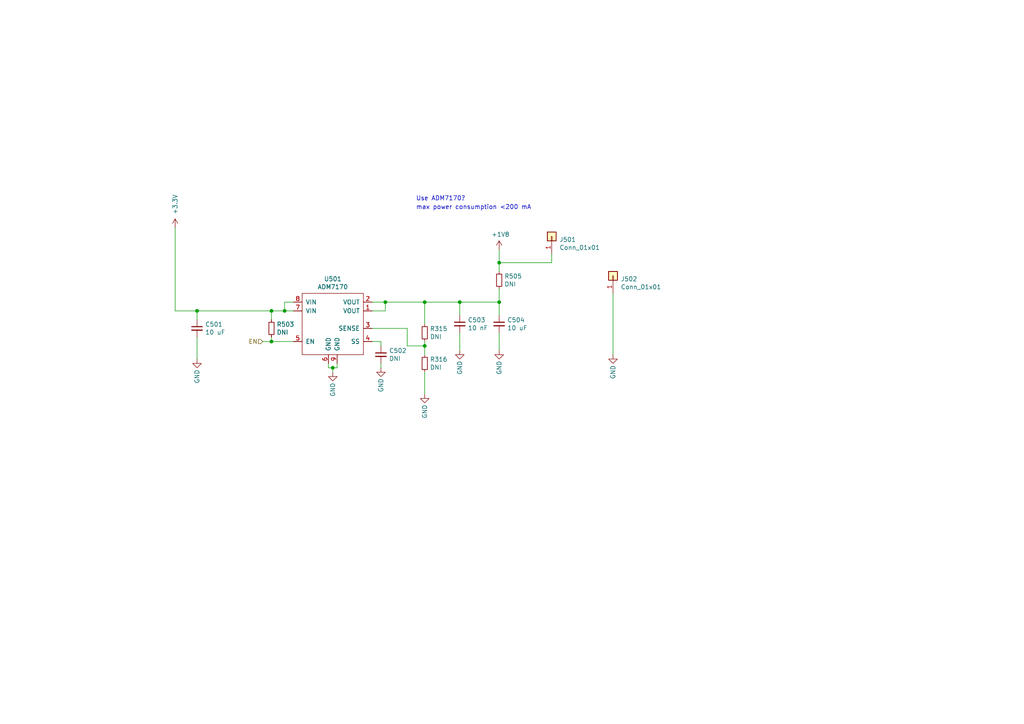
<source format=kicad_sch>
(kicad_sch (version 20230121) (generator eeschema)
  (paper "A4")
  (lib_symbols
    (symbol "Connector_Generic:Conn_01x01" (pin_names (offset 1.016) hide)
      (property "Reference" "J" (at 0 2.54 0))
      (property "Value" "Conn_01x01" (at 0 -2.54 0))
      (symbol "Conn_01x01_1_1"
        (rectangle (start -1.27 0.127) (end 0 -0.127) (stroke (width 0.1524)))
        (rectangle (start -1.27 1.27) (end 1.27 -1.27) (stroke (width 0.254)) (fill (type background)))
        (pin passive line (at -5.08 0 0) (length 3.81) (name "Pin_1") (number "1"))
      )
    )
    (symbol "Device:C_Small" (pin_numbers hide) (pin_names (offset 0.254) hide)
      (property "Reference" "C" (at 0.254 1.778 0))
      (property "Value" "C_Small" (at 0.254 -2.032 0))
      (symbol "C_Small_0_1"
        (polyline (pts (xy -1.524 -0.508) (xy 1.524 -0.508)) (stroke (width 0.3302)))
        (polyline (pts (xy -1.524 0.508) (xy 1.524 0.508)) (stroke (width 0.3048)))
      )
      (symbol "C_Small_1_1"
        (pin passive line (at 0 2.54 270) (length 2.032) (name "~") (number "1"))
        (pin passive line (at 0 -2.54 90) (length 2.032) (name "~") (number "2"))
      )
    )
    (symbol "Device:R_Small" (pin_numbers hide) (pin_names (offset 0.254) hide)
      (property "Reference" "R" (at 0.762 0.508 0))
      (property "Value" "R_Small" (at 0.762 -1.016 0))
      (symbol "R_Small_0_1"
        (rectangle (start -0.762 1.778) (end 0.762 -1.778) (stroke (width 0.2032)))
      )
      (symbol "R_Small_1_1"
        (pin passive line (at 0 2.54 270) (length 0.762) (name "~") (number "1"))
        (pin passive line (at 0 -2.54 90) (length 0.762) (name "~") (number "2"))
      )
    )
    (symbol "adc32xx_syzygy-rescue:ADM7170-vna_mm-adc_32xx-rescue" (pin_names (offset 1.016))
      (property "Reference" "U" (at -17.78 10.16 0))
      (property "Value" "adc_32xx-rescue_ADM7170-vna_mm" (at -13.97 7.62 0))
      (symbol "ADM7170-vna_mm-adc_32xx-rescue_0_1"
        (rectangle (start -8.89 6.35) (end 8.89 -11.43))
      )
      (symbol "ADM7170-vna_mm-adc_32xx-rescue_1_1"
        (pin power_out line (at 11.43 1.27 180) (length 2.54) (name "VOUT") (number "1"))
        (pin power_out line (at 11.43 3.81 180) (length 2.54) (name "VOUT") (number "2"))
        (pin passive line (at 11.43 -3.81 180) (length 2.54) (name "SENSE") (number "3"))
        (pin passive line (at 11.43 -7.62 180) (length 2.54) (name "SS") (number "4"))
        (pin input line (at -11.43 -7.62 0) (length 2.54) (name "EN") (number "5"))
        (pin power_in line (at -1.27 -13.97 90) (length 2.54) (name "GND") (number "6"))
        (pin power_in line (at -11.43 1.27 0) (length 2.54) (name "VIN") (number "7"))
        (pin power_in line (at -11.43 3.81 0) (length 2.54) (name "VIN") (number "8"))
        (pin power_in line (at 1.27 -13.97 90) (length 2.54) (name "GND") (number "9"))
      )
    )
    (symbol "power:+1V8" (power) (pin_names (offset 0))
      (property "Value" "+1V8" (at 0 3.556 0))
      (symbol "+1V8_0_1"
        (polyline (pts (xy -0.762 1.27) (xy 0 2.54)))
        (polyline (pts (xy 0 0) (xy 0 2.54)))
        (polyline (pts (xy 0 2.54) (xy 0.762 1.27)))
      )
      (symbol "+1V8_1_1"
        (pin power_in line (at 0 0 90) (length 0) hide (name "+1V8") (number "1"))
      )
    )
    (symbol "power:+3.3V" (power) (pin_names (offset 0))
      (property "Value" "+3.3V" (at 0 3.556 0))
      (symbol "+3.3V_0_1"
        (polyline (pts (xy -0.762 1.27) (xy 0 2.54)))
        (polyline (pts (xy 0 0) (xy 0 2.54)))
        (polyline (pts (xy 0 2.54) (xy 0.762 1.27)))
      )
      (symbol "+3.3V_1_1"
        (pin power_in line (at 0 0 90) (length 0) hide (name "+3.3V") (number "1"))
      )
    )
    (symbol "power:GND" (power) (pin_names (offset 0))
      (property "Value" "GND" (at 0 -3.81 0))
      (symbol "GND_0_1"
        (polyline (pts (xy 0 0) (xy 0 -1.27) (xy 1.27 -1.27) (xy 0 -2.54) (xy -1.27 -1.27) (xy 0 -1.27)))
      )
      (symbol "GND_1_1"
        (pin power_in line (at 0 0 270) (length 0) hide (name "GND") (number "1"))
      )
    )
  )
  (junction (at 144.78 76.2))
  (junction (at 78.74 90.17))
  (junction (at 96.52 106.68))
  (junction (at 133.35 87.63))
  (junction (at 57.15 90.17))
  (junction (at 144.78 87.63))
  (junction (at 78.74 99.06))
  (junction (at 123.19 100.33))
  (junction (at 111.76 87.63))
  (junction (at 82.55 90.17))
  (junction (at 123.19 87.63))
  (wire (pts (xy 107.95 90.17) (xy 111.76 90.17)))
  (wire (pts (xy 78.74 97.79) (xy 78.74 99.06)))
  (wire (pts (xy 107.95 87.63) (xy 111.76 87.63)))
  (wire (pts (xy 144.78 78.74) (xy 144.78 76.2)))
  (wire (pts (xy 133.35 87.63) (xy 144.78 87.63)))
  (wire (pts (xy 96.52 106.68) (xy 97.79 106.68)))
  (wire (pts (xy 133.35 91.44) (xy 133.35 87.63)))
  (wire (pts (xy 123.19 99.06) (xy 123.19 100.33)))
  (wire (pts (xy 50.8 90.17) (xy 57.15 90.17)))
  (wire (pts (xy 144.78 91.44) (xy 144.78 87.63)))
  (wire (pts (xy 118.11 100.33) (xy 123.19 100.33)))
  (wire (pts (xy 107.95 95.25) (xy 118.11 95.25)))
  (wire (pts (xy 123.19 87.63) (xy 133.35 87.63)))
  (wire (pts (xy 95.25 105.41) (xy 95.25 106.68)))
  (wire (pts (xy 160.02 73.66) (xy 160.02 76.2)))
  (wire (pts (xy 78.74 90.17) (xy 78.74 92.71)))
  (wire (pts (xy 82.55 87.63) (xy 82.55 90.17)))
  (wire (pts (xy 118.11 95.25) (xy 118.11 100.33)))
  (wire (pts (xy 123.19 100.33) (xy 123.19 102.87)))
  (wire (pts (xy 76.2 99.06) (xy 78.74 99.06)))
  (wire (pts (xy 110.49 105.41) (xy 110.49 106.68)))
  (wire (pts (xy 144.78 83.82) (xy 144.78 87.63)))
  (wire (pts (xy 133.35 96.52) (xy 133.35 101.6)))
  (wire (pts (xy 78.74 90.17) (xy 82.55 90.17)))
  (wire (pts (xy 144.78 96.52) (xy 144.78 101.6)))
  (wire (pts (xy 160.02 76.2) (xy 144.78 76.2)))
  (wire (pts (xy 50.8 66.04) (xy 50.8 90.17)))
  (wire (pts (xy 123.19 107.95) (xy 123.19 114.3)))
  (wire (pts (xy 111.76 87.63) (xy 123.19 87.63)))
  (wire (pts (xy 96.52 106.68) (xy 96.52 107.95)))
  (wire (pts (xy 110.49 99.06) (xy 110.49 100.33)))
  (wire (pts (xy 85.09 87.63) (xy 82.55 87.63)))
  (wire (pts (xy 177.8 85.09) (xy 177.8 102.87)))
  (wire (pts (xy 78.74 99.06) (xy 85.09 99.06)))
  (wire (pts (xy 107.95 99.06) (xy 110.49 99.06)))
  (wire (pts (xy 123.19 87.63) (xy 123.19 93.98)))
  (wire (pts (xy 97.79 106.68) (xy 97.79 105.41)))
  (wire (pts (xy 57.15 90.17) (xy 78.74 90.17)))
  (wire (pts (xy 57.15 92.71) (xy 57.15 90.17)))
  (wire (pts (xy 95.25 106.68) (xy 96.52 106.68)))
  (wire (pts (xy 111.76 90.17) (xy 111.76 87.63)))
  (wire (pts (xy 82.55 90.17) (xy 85.09 90.17)))
  (wire (pts (xy 144.78 76.2) (xy 144.78 72.39)))
  (wire (pts (xy 57.15 104.14) (xy 57.15 97.79)))
  (text "max power consumption <200 mA" (at 120.65 60.96 0) (effects (font (size 1.27 1.27)) (justify left bottom)))
  (text "Use ADM7170?" (at 120.65 58.42 0) (effects (font (size 1.27 1.27)) (justify left bottom)))
  (hierarchical_label "EN" (shape input) (at 76.2 99.06 180))
  (symbol (lib_id "adc32xx_syzygy-rescue:ADM7170-vna_mm-adc_32xx-rescue") (at 96.52 91.44 0) (unit 1)
    (property "Reference" "U501" (at 96.52 80.899 0))
    (property "Value" "ADM7170" (at 96.52 83.2104 0))
    (property "Footprint" "Package_DFN_QFN:DFN-8-1EP_3x3mm_P0.5mm_EP1.66x2.38mm" (effects hide))
    (property "Datasheet" "https://www.analog.com/media/en/technical-documentation/data-sheets/ADM7170.pdf" (effects hide))
  )
  (symbol (lib_id "power:GND") (at 110.49 106.68 0) (unit 1)
    (property "Reference" "#PWR?" (effects hide))
    (property "Value" "GND" (at 110.49 111.76 90))
    (instances (project "adc32xx_syzygy" (path "" (reference "#PWR?") (unit 1)) (path "" (reference "#PWR?") (unit 1)) (path "" (reference "#PWR0509") (unit 1))))
  )
  (symbol (lib_id "Device:R_Small") (at 144.78 81.28 0) (unit 1)
    (property "Reference" "R505" (at 146.2786 80.1116 0) (effects (justify left)))
    (property "Value" "DNI" (at 146.2786 82.423 0) (effects (justify left)))
    (property "Footprint" "Resistor_SMD:R_0402_1005Metric" (effects hide))
  )
  (symbol (lib_id "Device:R_Small") (at 123.19 96.52 0) (unit 1)
    (property "Reference" "R315" (at 124.6886 95.3516 0) (effects (justify left)))
    (property "Value" "DNI" (at 124.6886 97.663 0) (effects (justify left)))
    (property "Footprint" "Resistor_SMD:R_0402_1005Metric" (effects hide))
  )
  (symbol (lib_id "Device:R_Small") (at 123.19 105.41 0) (unit 1)
    (property "Reference" "R316" (at 124.6886 104.2416 0) (effects (justify left)))
    (property "Value" "DNI" (at 124.6886 106.553 0) (effects (justify left)))
    (property "Footprint" "Resistor_SMD:R_0402_1005Metric" (effects hide))
  )
  (symbol (lib_id "power:GND") (at 123.19 114.3 0) (unit 1)
    (property "Reference" "#PWR?" (effects hide))
    (property "Value" "GND" (at 123.19 119.38 90))
    (instances (project "adc32xx_syzygy" (path "" (reference "#PWR?") (unit 1)) (path "" (reference "#PWR?") (unit 1)) (path "" (reference "#PWR0104") (unit 1))))
  )
  (symbol (lib_id "power:+1V8") (at 144.78 72.39 0) (unit 1)
    (property "Reference" "#PWR0506" (effects hide))
    (property "Value" "+1V8" (at 145.161 67.9958 0))
    (instances (project "adc32xx_syzygy" (path "" (reference "#PWR0506") (unit 1)) (path "" (reference "#PWR?") (unit 1))))
  )
  (symbol (lib_id "Device:C_Small") (at 110.49 102.87 0) (unit 1)
    (property "Reference" "C502" (at 112.8268 101.7016 0) (effects (justify left)))
    (property "Value" "DNI" (at 112.8268 104.013 0) (effects (justify left)))
    (property "Footprint" "Capacitor_SMD:C_0402_1005Metric" (effects hide))
  )
  (symbol (lib_id "Device:C_Small") (at 133.35 93.98 0) (unit 1)
    (property "Reference" "C503" (at 135.6868 92.8116 0) (effects (justify left)))
    (property "Value" "10 nF" (at 135.6868 95.123 0) (effects (justify left)))
    (property "Footprint" "Capacitor_SMD:C_0402_1005Metric" (effects hide))
  )
  (symbol (lib_id "Device:C_Small") (at 144.78 93.98 0) (unit 1)
    (property "Reference" "C504" (at 147.1168 92.8116 0) (effects (justify left)))
    (property "Value" "10 uF" (at 147.1168 95.123 0) (effects (justify left)))
    (property "Footprint" "Capacitor_SMD:C_0603_1608Metric" (effects hide))
  )
  (symbol (lib_id "power:GND") (at 96.52 107.95 0) (unit 1)
    (property "Reference" "#PWR?" (effects hide))
    (property "Value" "GND" (at 96.52 113.03 90))
    (instances (project "adc32xx_syzygy" (path "" (reference "#PWR?") (unit 1)) (path "" (reference "#PWR?") (unit 1)) (path "" (reference "#PWR0504") (unit 1))))
  )
  (symbol (lib_id "power:GND") (at 133.35 101.6 0) (unit 1)
    (property "Reference" "#PWR?" (effects hide))
    (property "Value" "GND" (at 133.35 106.68 90))
    (instances (project "adc32xx_syzygy" (path "" (reference "#PWR?") (unit 1)) (path "" (reference "#PWR?") (unit 1)) (path "" (reference "#PWR0505") (unit 1))))
  )
  (symbol (lib_id "power:GND") (at 144.78 101.6 0) (unit 1)
    (property "Reference" "#PWR?" (effects hide))
    (property "Value" "GND" (at 144.78 106.68 90))
    (instances (project "adc32xx_syzygy" (path "" (reference "#PWR?") (unit 1)) (path "" (reference "#PWR?") (unit 1)) (path "" (reference "#PWR0507") (unit 1))))
  )
  (symbol (lib_id "Device:R_Small") (at 78.74 95.25 0) (unit 1)
    (property "Reference" "R503" (at 80.2386 94.0816 0) (effects (justify left)))
    (property "Value" "DNI" (at 80.2386 96.393 0) (effects (justify left)))
    (property "Footprint" "Resistor_SMD:R_0402_1005Metric" (effects hide))
  )
  (symbol (lib_id "Device:C_Small") (at 57.15 95.25 0) (unit 1)
    (property "Reference" "C501" (at 59.4868 94.0816 0) (effects (justify left)))
    (property "Value" "10 uF" (at 59.4868 96.393 0) (effects (justify left)))
    (property "Footprint" "Capacitor_SMD:C_0603_1608Metric" (effects hide))
  )
  (symbol (lib_id "power:GND") (at 57.15 104.14 0) (unit 1)
    (property "Reference" "#PWR?" (effects hide))
    (property "Value" "GND" (at 57.15 109.22 90))
    (instances (project "adc32xx_syzygy" (path "" (reference "#PWR?") (unit 1)) (path "" (reference "#PWR?") (unit 1)) (path "" (reference "#PWR0503") (unit 1))))
  )
  (symbol (lib_id "Connector_Generic:Conn_01x01") (at 160.02 68.58 90) (unit 1)
    (property "Reference" "J501" (at 162.2552 69.4944 90) (effects (justify right)))
    (property "Value" "Conn_01x01" (at 162.2552 71.8058 90) (effects (justify right)))
    (property "Footprint" "TestPoint:TestPoint_Keystone_5015_Micro-Minature" (effects hide))
  )
  (symbol (lib_id "Connector_Generic:Conn_01x01") (at 177.8 80.01 90) (unit 1)
    (property "Reference" "J502" (at 180.0352 80.9244 90) (effects (justify right)))
    (property "Value" "Conn_01x01" (at 180.0352 83.2358 90) (effects (justify right)))
    (property "Footprint" "TestPoint:TestPoint_Keystone_5015_Micro-Minature" (effects hide))
  )
  (symbol (lib_id "power:GND") (at 177.8 102.87 0) (unit 1)
    (property "Reference" "#PWR?" (effects hide))
    (property "Value" "GND" (at 177.8 107.95 90))
    (instances (project "adc32xx_syzygy" (path "" (reference "#PWR?") (unit 1)) (path "" (reference "#PWR?") (unit 1)) (path "" (reference "#PWR0508") (unit 1))))
  )
  (symbol (lib_id "power:+3.3V") (at 50.8 66.04 0) (unit 1)
    (property "Reference" "#PWR02" (effects hide))
    (property "Value" "+3.3V" (at 50.8 62.23 90) (effects (justify left)))
    (instances (project "adc32xx_syzygy" (path "" (reference "#PWR02") (unit 1)) (path "" (reference "#PWR04") (unit 1))))
  )
)
</source>
